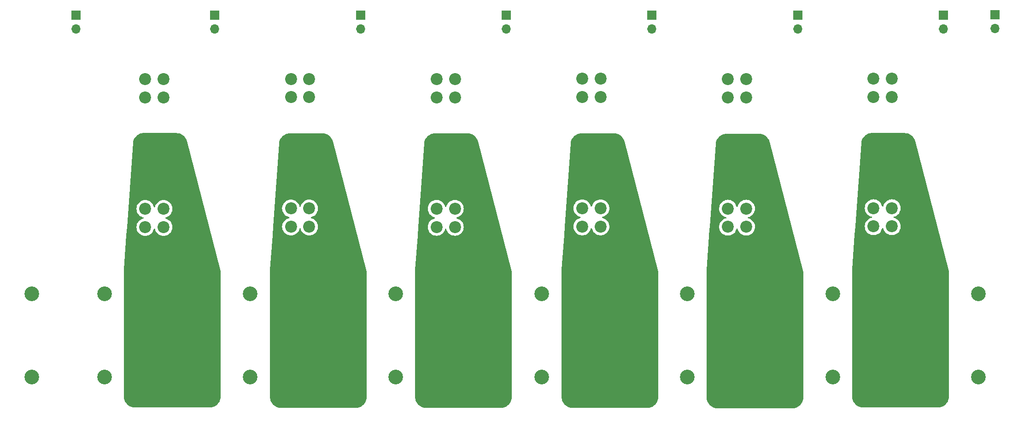
<source format=gbr>
%TF.GenerationSoftware,KiCad,Pcbnew,(6.0.1)*%
%TF.CreationDate,2023-09-19T13:45:29-05:00*%
%TF.ProjectId,TestMotherboard,54657374-4d6f-4746-9865-72626f617264,rev?*%
%TF.SameCoordinates,Original*%
%TF.FileFunction,Copper,L2,Bot*%
%TF.FilePolarity,Positive*%
%FSLAX46Y46*%
G04 Gerber Fmt 4.6, Leading zero omitted, Abs format (unit mm)*
G04 Created by KiCad (PCBNEW (6.0.1)) date 2023-09-19 13:45:29*
%MOMM*%
%LPD*%
G01*
G04 APERTURE LIST*
%TA.AperFunction,ComponentPad*%
%ADD10C,2.200000*%
%TD*%
%TA.AperFunction,ComponentPad*%
%ADD11R,1.700000X1.700000*%
%TD*%
%TA.AperFunction,ComponentPad*%
%ADD12O,1.700000X1.700000*%
%TD*%
%TA.AperFunction,ComponentPad*%
%ADD13C,2.700000*%
%TD*%
G04 APERTURE END LIST*
D10*
%TO.P,J17,1,Pin_1*%
%TO.N,Net-(J17-Pad1)*%
X204978000Y-70343000D03*
X204978000Y-73713000D03*
X201608000Y-73713000D03*
X201608000Y-70343000D03*
%TD*%
%TO.P,J16,1,Pin_1*%
%TO.N,Net-(J16-Pad1)*%
X204978000Y-82193000D03*
X204978000Y-85563000D03*
X201608000Y-85563000D03*
X201608000Y-82193000D03*
%TD*%
%TO.P,J15,1,Pin_1*%
%TO.N,Net-(J1-Pad1)*%
X204978000Y-94193000D03*
X204978000Y-97563000D03*
X201608000Y-97563000D03*
X201608000Y-94193000D03*
%TD*%
%TO.P,J18,1,Pin_1*%
%TO.N,Net-(J17-Pad1)*%
X178206400Y-94274000D03*
X178206400Y-97644000D03*
X174836400Y-97644000D03*
X174836400Y-94274000D03*
%TD*%
%TO.P,J19,1,Pin_1*%
%TO.N,Net-(J19-Pad1)*%
X178206400Y-82274000D03*
X178206400Y-85644000D03*
X174836400Y-85644000D03*
X174836400Y-82274000D03*
%TD*%
%TO.P,J20,1,Pin_1*%
%TO.N,Net-(J20-Pad1)*%
X178206400Y-70424000D03*
X178206400Y-73794000D03*
X174836400Y-73794000D03*
X174836400Y-70424000D03*
%TD*%
%TO.P,J22,1,Pin_1*%
%TO.N,Net-(J22-Pad1)*%
X151434800Y-82220000D03*
X151434800Y-85590000D03*
X148064800Y-85590000D03*
X148064800Y-82220000D03*
%TD*%
%TO.P,J21,1,Pin_1*%
%TO.N,Net-(J20-Pad1)*%
X151434800Y-94220000D03*
X151434800Y-97590000D03*
X148064800Y-97590000D03*
X148064800Y-94220000D03*
%TD*%
%TO.P,J23,1,Pin_1*%
%TO.N,Net-(J23-Pad1)*%
X151434800Y-70370000D03*
X151434800Y-73740000D03*
X148064800Y-73740000D03*
X148064800Y-70370000D03*
%TD*%
%TO.P,J24,1,Pin_1*%
%TO.N,Net-(J23-Pad1)*%
X124663200Y-94301000D03*
X124663200Y-97671000D03*
X121293200Y-97671000D03*
X121293200Y-94301000D03*
%TD*%
%TO.P,J25,1,Pin_1*%
%TO.N,Net-(J25-Pad1)*%
X124663200Y-82301000D03*
X124663200Y-85671000D03*
X121293200Y-85671000D03*
X121293200Y-82301000D03*
%TD*%
%TO.P,J26,1,Pin_1*%
%TO.N,Net-(J26-Pad1)*%
X124663200Y-70451000D03*
X124663200Y-73821000D03*
X121293200Y-73821000D03*
X121293200Y-70451000D03*
%TD*%
%TO.P,J27,1,Pin_1*%
%TO.N,Net-(J26-Pad1)*%
X97891600Y-94247000D03*
X97891600Y-97617000D03*
X94521600Y-97617000D03*
X94521600Y-94247000D03*
%TD*%
%TO.P,J28,1,Pin_1*%
%TO.N,Net-(J10-Pad1)*%
X97891600Y-82247000D03*
X97891600Y-85617000D03*
X94521600Y-85617000D03*
X94521600Y-82247000D03*
%TD*%
%TO.P,J29,1,Pin_1*%
%TO.N,Net-(J11-Pad1)*%
X97891600Y-70397000D03*
X97891600Y-73767000D03*
X94521600Y-73767000D03*
X94521600Y-70397000D03*
%TD*%
%TO.P,J30,1,Pin_1*%
%TO.N,Net-(J11-Pad1)*%
X71120000Y-94328000D03*
X71120000Y-97698000D03*
X67750000Y-97698000D03*
X67750000Y-94328000D03*
%TD*%
%TO.P,J31,1,Pin_1*%
%TO.N,Net-(J12-Pad1)*%
X71120000Y-82328000D03*
X71120000Y-85698000D03*
X67750000Y-85698000D03*
X67750000Y-82328000D03*
%TD*%
%TO.P,J32,1,Pin_1*%
%TO.N,GND*%
X71120000Y-70478000D03*
X71120000Y-73848000D03*
X67750000Y-73848000D03*
X67750000Y-70478000D03*
%TD*%
D11*
%TO.P,J40,1,Pin_1*%
%TO.N,/Sec_PWM*%
X55000000Y-58674000D03*
D12*
%TO.P,J40,2,Pin_2*%
%TO.N,GND1*%
X55000000Y-61214000D03*
%TD*%
D11*
%TO.P,J34,1,Pin_1*%
%TO.N,/Sec_PWM*%
X187685750Y-58674000D03*
D12*
%TO.P,J34,2,Pin_2*%
%TO.N,GND1*%
X187685750Y-61214000D03*
%TD*%
D11*
%TO.P,J35,1,Pin_1*%
%TO.N,/Sec_PWM*%
X160895250Y-58674000D03*
D12*
%TO.P,J35,2,Pin_2*%
%TO.N,GND1*%
X160895250Y-61214000D03*
%TD*%
D11*
%TO.P,J36,1,Pin_1*%
%TO.N,/Sec_PWM*%
X134104750Y-58674000D03*
D12*
%TO.P,J36,2,Pin_2*%
%TO.N,GND1*%
X134104750Y-61214000D03*
%TD*%
D11*
%TO.P,J39,1,Pin_1*%
%TO.N,/Sec_PWM*%
X223940250Y-58552000D03*
D12*
%TO.P,J39,2,Pin_2*%
%TO.N,GND1*%
X223940250Y-61092000D03*
%TD*%
D13*
%TO.P,J3,1,Pin_1*%
%TO.N,Net-(J17-Pad1)*%
X194134554Y-109982000D03*
X194134554Y-125282000D03*
%TD*%
%TO.P,J7,1,Pin_1*%
%TO.N,Net-(J23-Pad1)*%
X140588402Y-125282000D03*
X140588402Y-109982000D03*
%TD*%
%TO.P,J1,1,Pin_1*%
%TO.N,Net-(J1-Pad1)*%
X220907630Y-109982000D03*
X220907630Y-125282000D03*
%TD*%
%TO.P,J12,1,Pin_1*%
%TO.N,Net-(J12-Pad1)*%
X73655712Y-109982000D03*
X73655712Y-125282000D03*
%TD*%
%TO.P,J5,1,Pin_1*%
%TO.N,Net-(J20-Pad1)*%
X167361478Y-109982000D03*
X167361478Y-125282000D03*
%TD*%
D11*
%TO.P,J37,1,Pin_1*%
%TO.N,/Sec_PWM*%
X107314250Y-58674000D03*
D12*
%TO.P,J37,2,Pin_2*%
%TO.N,GND1*%
X107314250Y-61214000D03*
%TD*%
D13*
%TO.P,J10,1,Pin_1*%
%TO.N,Net-(J10-Pad1)*%
X100428788Y-125282000D03*
X100428788Y-109982000D03*
%TD*%
%TO.P,J4,1,Pin_1*%
%TO.N,Net-(J19-Pad1)*%
X180748016Y-109982000D03*
X180748016Y-125282000D03*
%TD*%
%TO.P,J2,1,Pin_1*%
%TO.N,Net-(J16-Pad1)*%
X207521092Y-125282000D03*
X207521092Y-109982000D03*
%TD*%
%TO.P,J6,1,Pin_1*%
%TO.N,Net-(J22-Pad1)*%
X153974940Y-125282000D03*
X153974940Y-109982000D03*
%TD*%
%TO.P,J8,1,Pin_1*%
%TO.N,Net-(J25-Pad1)*%
X127201864Y-109982000D03*
X127201864Y-125282000D03*
%TD*%
D11*
%TO.P,J38,1,Pin_1*%
%TO.N,/Sec_PWM*%
X80523750Y-58674000D03*
D12*
%TO.P,J38,2,Pin_2*%
%TO.N,GND1*%
X80523750Y-61214000D03*
%TD*%
D13*
%TO.P,J9,1,Pin_1*%
%TO.N,Net-(J26-Pad1)*%
X113815326Y-109982000D03*
X113815326Y-125282000D03*
%TD*%
%TO.P,J13,1,Pin_1*%
%TO.N,GND*%
X60269174Y-109982000D03*
X60269174Y-125282000D03*
%TD*%
%TO.P,J14,1,Pin_1*%
%TO.N,GND*%
X46882630Y-109982000D03*
X46882630Y-125282000D03*
%TD*%
%TO.P,J11,1,Pin_1*%
%TO.N,Net-(J11-Pad1)*%
X87042250Y-109982000D03*
X87042250Y-125282000D03*
%TD*%
D11*
%TO.P,J33,1,Pin_1*%
%TO.N,/Sec_PWM*%
X214476250Y-58674000D03*
D12*
%TO.P,J33,2,Pin_2*%
%TO.N,GND1*%
X214476250Y-61214000D03*
%TD*%
%TA.AperFunction,Conductor*%
%TO.N,Net-(J19-Pad1)*%
G36*
X180576105Y-80518337D02*
G01*
X180853798Y-80538683D01*
X180872015Y-80541367D01*
X181139264Y-80600962D01*
X181156895Y-80606272D01*
X181412607Y-80704183D01*
X181429276Y-80712006D01*
X181667987Y-80846140D01*
X181683336Y-80856307D01*
X181824241Y-80965262D01*
X181899950Y-81023804D01*
X181913655Y-81036102D01*
X182103546Y-81233384D01*
X182115311Y-81247548D01*
X182274412Y-81470386D01*
X182283989Y-81486114D01*
X182408919Y-81729775D01*
X182416100Y-81746731D01*
X182505666Y-82010366D01*
X182508309Y-82019191D01*
X188656638Y-105666609D01*
X188658406Y-105674423D01*
X188704325Y-105912190D01*
X188706356Y-105928075D01*
X188721745Y-106169744D01*
X188722000Y-106177751D01*
X188722000Y-129059499D01*
X188721679Y-129068487D01*
X188702286Y-129339645D01*
X188699728Y-129357433D01*
X188642903Y-129618654D01*
X188637840Y-129635900D01*
X188544411Y-129886393D01*
X188536945Y-129902740D01*
X188408824Y-130137375D01*
X188399105Y-130152498D01*
X188238897Y-130366510D01*
X188227124Y-130380096D01*
X188038096Y-130569124D01*
X188024510Y-130580897D01*
X187810498Y-130741105D01*
X187795375Y-130750824D01*
X187560740Y-130878945D01*
X187544393Y-130886411D01*
X187293900Y-130979840D01*
X187276658Y-130984902D01*
X187015433Y-131041728D01*
X186997650Y-131044285D01*
X186775871Y-131060147D01*
X186726487Y-131063679D01*
X186717499Y-131064000D01*
X172946501Y-131064000D01*
X172937513Y-131063679D01*
X172888129Y-131060147D01*
X172666350Y-131044285D01*
X172648567Y-131041728D01*
X172387342Y-130984902D01*
X172370100Y-130979840D01*
X172119607Y-130886411D01*
X172103260Y-130878945D01*
X171868625Y-130750824D01*
X171853502Y-130741105D01*
X171639490Y-130580897D01*
X171625904Y-130569124D01*
X171436876Y-130380096D01*
X171425103Y-130366510D01*
X171264895Y-130152498D01*
X171255176Y-130137375D01*
X171127055Y-129902740D01*
X171119589Y-129886393D01*
X171026160Y-129635900D01*
X171021097Y-129618654D01*
X170964272Y-129357433D01*
X170961714Y-129339645D01*
X170942321Y-129068487D01*
X170942000Y-129059499D01*
X170942000Y-105735710D01*
X170942020Y-105733485D01*
X170943207Y-105666263D01*
X170943362Y-105661863D01*
X170946928Y-105594551D01*
X170947058Y-105592464D01*
X171473494Y-98147164D01*
X171509071Y-97644000D01*
X173222926Y-97644000D01*
X173242791Y-97896403D01*
X173243945Y-97901210D01*
X173243946Y-97901216D01*
X173273919Y-98026062D01*
X173301895Y-98142591D01*
X173398784Y-98376502D01*
X173531072Y-98592376D01*
X173695502Y-98784898D01*
X173888024Y-98949328D01*
X174103898Y-99081616D01*
X174108468Y-99083509D01*
X174108472Y-99083511D01*
X174333236Y-99176611D01*
X174337809Y-99178505D01*
X174422432Y-99198821D01*
X174579184Y-99236454D01*
X174579190Y-99236455D01*
X174583997Y-99237609D01*
X174836400Y-99257474D01*
X175088803Y-99237609D01*
X175093610Y-99236455D01*
X175093616Y-99236454D01*
X175250368Y-99198821D01*
X175334991Y-99178505D01*
X175339564Y-99176611D01*
X175564328Y-99083511D01*
X175564332Y-99083509D01*
X175568902Y-99081616D01*
X175784776Y-98949328D01*
X175977298Y-98784898D01*
X176141728Y-98592376D01*
X176274016Y-98376502D01*
X176370905Y-98142591D01*
X176398881Y-98026062D01*
X176434233Y-97964493D01*
X176497260Y-97931810D01*
X176567951Y-97938390D01*
X176623862Y-97982145D01*
X176643919Y-98026062D01*
X176671895Y-98142591D01*
X176768784Y-98376502D01*
X176901072Y-98592376D01*
X177065502Y-98784898D01*
X177258024Y-98949328D01*
X177473898Y-99081616D01*
X177478468Y-99083509D01*
X177478472Y-99083511D01*
X177703236Y-99176611D01*
X177707809Y-99178505D01*
X177792432Y-99198821D01*
X177949184Y-99236454D01*
X177949190Y-99236455D01*
X177953997Y-99237609D01*
X178206400Y-99257474D01*
X178458803Y-99237609D01*
X178463610Y-99236455D01*
X178463616Y-99236454D01*
X178620368Y-99198821D01*
X178704991Y-99178505D01*
X178709564Y-99176611D01*
X178934328Y-99083511D01*
X178934332Y-99083509D01*
X178938902Y-99081616D01*
X179154776Y-98949328D01*
X179347298Y-98784898D01*
X179511728Y-98592376D01*
X179644016Y-98376502D01*
X179740905Y-98142591D01*
X179768881Y-98026062D01*
X179798854Y-97901216D01*
X179798855Y-97901210D01*
X179800009Y-97896403D01*
X179819874Y-97644000D01*
X179800009Y-97391597D01*
X179779425Y-97305855D01*
X179742060Y-97150221D01*
X179740905Y-97145409D01*
X179644016Y-96911498D01*
X179511728Y-96695624D01*
X179347298Y-96503102D01*
X179154776Y-96338672D01*
X178938902Y-96206384D01*
X178934332Y-96204491D01*
X178934328Y-96204489D01*
X178709564Y-96111389D01*
X178709562Y-96111388D01*
X178704991Y-96109495D01*
X178588462Y-96081519D01*
X178526893Y-96046167D01*
X178494210Y-95983140D01*
X178500790Y-95912449D01*
X178544545Y-95856538D01*
X178588462Y-95836481D01*
X178621254Y-95828608D01*
X178704991Y-95808505D01*
X178709564Y-95806611D01*
X178934328Y-95713511D01*
X178934332Y-95713509D01*
X178938902Y-95711616D01*
X179154776Y-95579328D01*
X179347298Y-95414898D01*
X179511728Y-95222376D01*
X179644016Y-95006502D01*
X179740905Y-94772591D01*
X179768881Y-94656062D01*
X179798854Y-94531216D01*
X179798855Y-94531210D01*
X179800009Y-94526403D01*
X179819874Y-94274000D01*
X179800009Y-94021597D01*
X179779425Y-93935855D01*
X179742060Y-93780221D01*
X179740905Y-93775409D01*
X179644016Y-93541498D01*
X179511728Y-93325624D01*
X179347298Y-93133102D01*
X179154776Y-92968672D01*
X178938902Y-92836384D01*
X178934332Y-92834491D01*
X178934328Y-92834489D01*
X178709564Y-92741389D01*
X178709562Y-92741388D01*
X178704991Y-92739495D01*
X178620368Y-92719179D01*
X178463616Y-92681546D01*
X178463610Y-92681545D01*
X178458803Y-92680391D01*
X178206400Y-92660526D01*
X177953997Y-92680391D01*
X177949190Y-92681545D01*
X177949184Y-92681546D01*
X177792432Y-92719179D01*
X177707809Y-92739495D01*
X177703238Y-92741388D01*
X177703236Y-92741389D01*
X177478472Y-92834489D01*
X177478468Y-92834491D01*
X177473898Y-92836384D01*
X177258024Y-92968672D01*
X177065502Y-93133102D01*
X176901072Y-93325624D01*
X176768784Y-93541498D01*
X176671895Y-93775409D01*
X176670740Y-93780221D01*
X176643919Y-93891938D01*
X176608567Y-93953507D01*
X176545540Y-93986190D01*
X176474849Y-93979610D01*
X176418938Y-93935855D01*
X176398881Y-93891938D01*
X176372060Y-93780221D01*
X176370905Y-93775409D01*
X176274016Y-93541498D01*
X176141728Y-93325624D01*
X175977298Y-93133102D01*
X175784776Y-92968672D01*
X175568902Y-92836384D01*
X175564332Y-92834491D01*
X175564328Y-92834489D01*
X175339564Y-92741389D01*
X175339562Y-92741388D01*
X175334991Y-92739495D01*
X175250368Y-92719179D01*
X175093616Y-92681546D01*
X175093610Y-92681545D01*
X175088803Y-92680391D01*
X174836400Y-92660526D01*
X174583997Y-92680391D01*
X174579190Y-92681545D01*
X174579184Y-92681546D01*
X174422432Y-92719179D01*
X174337809Y-92739495D01*
X174333238Y-92741388D01*
X174333236Y-92741389D01*
X174108472Y-92834489D01*
X174108468Y-92834491D01*
X174103898Y-92836384D01*
X173888024Y-92968672D01*
X173695502Y-93133102D01*
X173531072Y-93325624D01*
X173398784Y-93541498D01*
X173301895Y-93775409D01*
X173300740Y-93780221D01*
X173263376Y-93935855D01*
X173242791Y-94021597D01*
X173222926Y-94274000D01*
X173242791Y-94526403D01*
X173243945Y-94531210D01*
X173243946Y-94531216D01*
X173273919Y-94656062D01*
X173301895Y-94772591D01*
X173398784Y-95006502D01*
X173531072Y-95222376D01*
X173695502Y-95414898D01*
X173888024Y-95579328D01*
X174103898Y-95711616D01*
X174108468Y-95713509D01*
X174108472Y-95713511D01*
X174333236Y-95806611D01*
X174337809Y-95808505D01*
X174421546Y-95828608D01*
X174454338Y-95836481D01*
X174515907Y-95871833D01*
X174548590Y-95934860D01*
X174542010Y-96005551D01*
X174498255Y-96061462D01*
X174454338Y-96081519D01*
X174337809Y-96109495D01*
X174333238Y-96111388D01*
X174333236Y-96111389D01*
X174108472Y-96204489D01*
X174108468Y-96204491D01*
X174103898Y-96206384D01*
X173888024Y-96338672D01*
X173695502Y-96503102D01*
X173531072Y-96695624D01*
X173398784Y-96911498D01*
X173301895Y-97145409D01*
X173300740Y-97150221D01*
X173263376Y-97305855D01*
X173242791Y-97391597D01*
X173222926Y-97644000D01*
X171509071Y-97644000D01*
X172588257Y-82381227D01*
X172589153Y-82372690D01*
X172625074Y-82115525D01*
X172628603Y-82098722D01*
X172697979Y-81852989D01*
X172703757Y-81836827D01*
X172805907Y-81602787D01*
X172813831Y-81587558D01*
X172946843Y-81369599D01*
X172956757Y-81355597D01*
X173118183Y-81157726D01*
X173129911Y-81145201D01*
X173316734Y-80971121D01*
X173330044Y-80960315D01*
X173538806Y-80813248D01*
X173553476Y-80804344D01*
X173780283Y-80687032D01*
X173796037Y-80680201D01*
X174004398Y-80606272D01*
X174036680Y-80594818D01*
X174053210Y-80590194D01*
X174303243Y-80538317D01*
X174320244Y-80535985D01*
X174579289Y-80518293D01*
X174587874Y-80518000D01*
X180566898Y-80518000D01*
X180576105Y-80518337D01*
G37*
%TD.AperFunction*%
%TD*%
%TA.AperFunction,Conductor*%
%TO.N,Net-(J22-Pad1)*%
G36*
X153914073Y-80441931D02*
G01*
X154191766Y-80462277D01*
X154209983Y-80464961D01*
X154477232Y-80524556D01*
X154494863Y-80529866D01*
X154750575Y-80627777D01*
X154767244Y-80635600D01*
X155005955Y-80769734D01*
X155021304Y-80779901D01*
X155162209Y-80888856D01*
X155237918Y-80947398D01*
X155251623Y-80959696D01*
X155441514Y-81156978D01*
X155453279Y-81171142D01*
X155612380Y-81393980D01*
X155621957Y-81409708D01*
X155746887Y-81653369D01*
X155754068Y-81670325D01*
X155843634Y-81933960D01*
X155846277Y-81942785D01*
X161994606Y-105590203D01*
X161996374Y-105598017D01*
X162042293Y-105835784D01*
X162044324Y-105851669D01*
X162059713Y-106093338D01*
X162059968Y-106101345D01*
X162059968Y-128983093D01*
X162059647Y-128992081D01*
X162040254Y-129263239D01*
X162037696Y-129281027D01*
X161980871Y-129542248D01*
X161975808Y-129559494D01*
X161882379Y-129809987D01*
X161874913Y-129826334D01*
X161746792Y-130060969D01*
X161737073Y-130076092D01*
X161576865Y-130290104D01*
X161565092Y-130303690D01*
X161376064Y-130492718D01*
X161362478Y-130504491D01*
X161148466Y-130664699D01*
X161133343Y-130674418D01*
X160898708Y-130802539D01*
X160882361Y-130810005D01*
X160631868Y-130903434D01*
X160614626Y-130908496D01*
X160353401Y-130965322D01*
X160335618Y-130967879D01*
X160113839Y-130983741D01*
X160064455Y-130987273D01*
X160055467Y-130987594D01*
X146284469Y-130987594D01*
X146275481Y-130987273D01*
X146226097Y-130983741D01*
X146004318Y-130967879D01*
X145986535Y-130965322D01*
X145725310Y-130908496D01*
X145708068Y-130903434D01*
X145457575Y-130810005D01*
X145441228Y-130802539D01*
X145206593Y-130674418D01*
X145191470Y-130664699D01*
X144977458Y-130504491D01*
X144963872Y-130492718D01*
X144774844Y-130303690D01*
X144763071Y-130290104D01*
X144602863Y-130076092D01*
X144593144Y-130060969D01*
X144465023Y-129826334D01*
X144457557Y-129809987D01*
X144364128Y-129559494D01*
X144359065Y-129542248D01*
X144302240Y-129281027D01*
X144299682Y-129263239D01*
X144280289Y-128992081D01*
X144279968Y-128983093D01*
X144279968Y-105659304D01*
X144279988Y-105657079D01*
X144281175Y-105589857D01*
X144281330Y-105585457D01*
X144284896Y-105518145D01*
X144285026Y-105516058D01*
X144732748Y-99183997D01*
X144845455Y-97590000D01*
X146451326Y-97590000D01*
X146471191Y-97842403D01*
X146472345Y-97847210D01*
X146472346Y-97847216D01*
X146502319Y-97972062D01*
X146530295Y-98088591D01*
X146627184Y-98322502D01*
X146759472Y-98538376D01*
X146923902Y-98730898D01*
X147116424Y-98895328D01*
X147332298Y-99027616D01*
X147336868Y-99029509D01*
X147336872Y-99029511D01*
X147561636Y-99122611D01*
X147566209Y-99124505D01*
X147650832Y-99144821D01*
X147807584Y-99182454D01*
X147807590Y-99182455D01*
X147812397Y-99183609D01*
X148064800Y-99203474D01*
X148317203Y-99183609D01*
X148322010Y-99182455D01*
X148322016Y-99182454D01*
X148478768Y-99144821D01*
X148563391Y-99124505D01*
X148567964Y-99122611D01*
X148792728Y-99029511D01*
X148792732Y-99029509D01*
X148797302Y-99027616D01*
X149013176Y-98895328D01*
X149205698Y-98730898D01*
X149370128Y-98538376D01*
X149502416Y-98322502D01*
X149599305Y-98088591D01*
X149627281Y-97972062D01*
X149662633Y-97910493D01*
X149725660Y-97877810D01*
X149796351Y-97884390D01*
X149852262Y-97928145D01*
X149872319Y-97972062D01*
X149900295Y-98088591D01*
X149997184Y-98322502D01*
X150129472Y-98538376D01*
X150293902Y-98730898D01*
X150486424Y-98895328D01*
X150702298Y-99027616D01*
X150706868Y-99029509D01*
X150706872Y-99029511D01*
X150931636Y-99122611D01*
X150936209Y-99124505D01*
X151020832Y-99144821D01*
X151177584Y-99182454D01*
X151177590Y-99182455D01*
X151182397Y-99183609D01*
X151434800Y-99203474D01*
X151687203Y-99183609D01*
X151692010Y-99182455D01*
X151692016Y-99182454D01*
X151848768Y-99144821D01*
X151933391Y-99124505D01*
X151937964Y-99122611D01*
X152162728Y-99029511D01*
X152162732Y-99029509D01*
X152167302Y-99027616D01*
X152383176Y-98895328D01*
X152575698Y-98730898D01*
X152740128Y-98538376D01*
X152872416Y-98322502D01*
X152969305Y-98088591D01*
X152997281Y-97972062D01*
X153027254Y-97847216D01*
X153027255Y-97847210D01*
X153028409Y-97842403D01*
X153048274Y-97590000D01*
X153028409Y-97337597D01*
X153007825Y-97251855D01*
X152970460Y-97096221D01*
X152969305Y-97091409D01*
X152872416Y-96857498D01*
X152740128Y-96641624D01*
X152575698Y-96449102D01*
X152383176Y-96284672D01*
X152167302Y-96152384D01*
X152162732Y-96150491D01*
X152162728Y-96150489D01*
X151937964Y-96057389D01*
X151937962Y-96057388D01*
X151933391Y-96055495D01*
X151816862Y-96027519D01*
X151755293Y-95992167D01*
X151722610Y-95929140D01*
X151729190Y-95858449D01*
X151772945Y-95802538D01*
X151816862Y-95782481D01*
X151849654Y-95774608D01*
X151933391Y-95754505D01*
X151937964Y-95752611D01*
X152162728Y-95659511D01*
X152162732Y-95659509D01*
X152167302Y-95657616D01*
X152383176Y-95525328D01*
X152575698Y-95360898D01*
X152740128Y-95168376D01*
X152872416Y-94952502D01*
X152969305Y-94718591D01*
X152997281Y-94602062D01*
X153027254Y-94477216D01*
X153027255Y-94477210D01*
X153028409Y-94472403D01*
X153048274Y-94220000D01*
X153028409Y-93967597D01*
X153007825Y-93881855D01*
X152970460Y-93726221D01*
X152969305Y-93721409D01*
X152872416Y-93487498D01*
X152740128Y-93271624D01*
X152575698Y-93079102D01*
X152383176Y-92914672D01*
X152167302Y-92782384D01*
X152162732Y-92780491D01*
X152162728Y-92780489D01*
X151937964Y-92687389D01*
X151937962Y-92687388D01*
X151933391Y-92685495D01*
X151848768Y-92665179D01*
X151692016Y-92627546D01*
X151692010Y-92627545D01*
X151687203Y-92626391D01*
X151434800Y-92606526D01*
X151182397Y-92626391D01*
X151177590Y-92627545D01*
X151177584Y-92627546D01*
X151020832Y-92665179D01*
X150936209Y-92685495D01*
X150931638Y-92687388D01*
X150931636Y-92687389D01*
X150706872Y-92780489D01*
X150706868Y-92780491D01*
X150702298Y-92782384D01*
X150486424Y-92914672D01*
X150293902Y-93079102D01*
X150129472Y-93271624D01*
X149997184Y-93487498D01*
X149900295Y-93721409D01*
X149899140Y-93726221D01*
X149872319Y-93837938D01*
X149836967Y-93899507D01*
X149773940Y-93932190D01*
X149703249Y-93925610D01*
X149647338Y-93881855D01*
X149627281Y-93837938D01*
X149600460Y-93726221D01*
X149599305Y-93721409D01*
X149502416Y-93487498D01*
X149370128Y-93271624D01*
X149205698Y-93079102D01*
X149013176Y-92914672D01*
X148797302Y-92782384D01*
X148792732Y-92780491D01*
X148792728Y-92780489D01*
X148567964Y-92687389D01*
X148567962Y-92687388D01*
X148563391Y-92685495D01*
X148478768Y-92665179D01*
X148322016Y-92627546D01*
X148322010Y-92627545D01*
X148317203Y-92626391D01*
X148064800Y-92606526D01*
X147812397Y-92626391D01*
X147807590Y-92627545D01*
X147807584Y-92627546D01*
X147650832Y-92665179D01*
X147566209Y-92685495D01*
X147561638Y-92687388D01*
X147561636Y-92687389D01*
X147336872Y-92780489D01*
X147336868Y-92780491D01*
X147332298Y-92782384D01*
X147116424Y-92914672D01*
X146923902Y-93079102D01*
X146759472Y-93271624D01*
X146627184Y-93487498D01*
X146530295Y-93721409D01*
X146529140Y-93726221D01*
X146491776Y-93881855D01*
X146471191Y-93967597D01*
X146451326Y-94220000D01*
X146471191Y-94472403D01*
X146472345Y-94477210D01*
X146472346Y-94477216D01*
X146502319Y-94602062D01*
X146530295Y-94718591D01*
X146627184Y-94952502D01*
X146759472Y-95168376D01*
X146923902Y-95360898D01*
X147116424Y-95525328D01*
X147332298Y-95657616D01*
X147336868Y-95659509D01*
X147336872Y-95659511D01*
X147561636Y-95752611D01*
X147566209Y-95754505D01*
X147649946Y-95774608D01*
X147682738Y-95782481D01*
X147744307Y-95817833D01*
X147776990Y-95880860D01*
X147770410Y-95951551D01*
X147726655Y-96007462D01*
X147682738Y-96027519D01*
X147566209Y-96055495D01*
X147561638Y-96057388D01*
X147561636Y-96057389D01*
X147336872Y-96150489D01*
X147336868Y-96150491D01*
X147332298Y-96152384D01*
X147116424Y-96284672D01*
X146923902Y-96449102D01*
X146759472Y-96641624D01*
X146627184Y-96857498D01*
X146530295Y-97091409D01*
X146529140Y-97096221D01*
X146491776Y-97251855D01*
X146471191Y-97337597D01*
X146451326Y-97590000D01*
X144845455Y-97590000D01*
X145926225Y-82304821D01*
X145927121Y-82296284D01*
X145963042Y-82039119D01*
X145966571Y-82022316D01*
X146035947Y-81776583D01*
X146041725Y-81760421D01*
X146143875Y-81526381D01*
X146151799Y-81511152D01*
X146284811Y-81293193D01*
X146294725Y-81279191D01*
X146456151Y-81081320D01*
X146467879Y-81068795D01*
X146654702Y-80894715D01*
X146668012Y-80883909D01*
X146876774Y-80736842D01*
X146891444Y-80727938D01*
X147118251Y-80610626D01*
X147134005Y-80603795D01*
X147342366Y-80529866D01*
X147374648Y-80518412D01*
X147391178Y-80513788D01*
X147641211Y-80461911D01*
X147658212Y-80459579D01*
X147917257Y-80441887D01*
X147925842Y-80441594D01*
X153904866Y-80441594D01*
X153914073Y-80441931D01*
G37*
%TD.AperFunction*%
%TD*%
%TA.AperFunction,Conductor*%
%TO.N,Net-(J25-Pad1)*%
G36*
X126990073Y-80441931D02*
G01*
X127267766Y-80462277D01*
X127285983Y-80464961D01*
X127553232Y-80524556D01*
X127570863Y-80529866D01*
X127826575Y-80627777D01*
X127843244Y-80635600D01*
X128081955Y-80769734D01*
X128097304Y-80779901D01*
X128238209Y-80888856D01*
X128313918Y-80947398D01*
X128327623Y-80959696D01*
X128517514Y-81156978D01*
X128529279Y-81171142D01*
X128688380Y-81393980D01*
X128697957Y-81409708D01*
X128822887Y-81653369D01*
X128830068Y-81670325D01*
X128919634Y-81933960D01*
X128922277Y-81942785D01*
X135070606Y-105590203D01*
X135072374Y-105598017D01*
X135118293Y-105835784D01*
X135120324Y-105851669D01*
X135135713Y-106093338D01*
X135135968Y-106101345D01*
X135135968Y-128983093D01*
X135135647Y-128992081D01*
X135116254Y-129263239D01*
X135113696Y-129281027D01*
X135056871Y-129542248D01*
X135051808Y-129559494D01*
X134958379Y-129809987D01*
X134950913Y-129826334D01*
X134822792Y-130060969D01*
X134813073Y-130076092D01*
X134652865Y-130290104D01*
X134641092Y-130303690D01*
X134452064Y-130492718D01*
X134438478Y-130504491D01*
X134224466Y-130664699D01*
X134209343Y-130674418D01*
X133974708Y-130802539D01*
X133958361Y-130810005D01*
X133707868Y-130903434D01*
X133690626Y-130908496D01*
X133429401Y-130965322D01*
X133411618Y-130967879D01*
X133189839Y-130983741D01*
X133140455Y-130987273D01*
X133131467Y-130987594D01*
X119360469Y-130987594D01*
X119351481Y-130987273D01*
X119302097Y-130983741D01*
X119080318Y-130967879D01*
X119062535Y-130965322D01*
X118801310Y-130908496D01*
X118784068Y-130903434D01*
X118533575Y-130810005D01*
X118517228Y-130802539D01*
X118282593Y-130674418D01*
X118267470Y-130664699D01*
X118053458Y-130504491D01*
X118039872Y-130492718D01*
X117850844Y-130303690D01*
X117839071Y-130290104D01*
X117678863Y-130076092D01*
X117669144Y-130060969D01*
X117541023Y-129826334D01*
X117533557Y-129809987D01*
X117440128Y-129559494D01*
X117435065Y-129542248D01*
X117378240Y-129281027D01*
X117375682Y-129263239D01*
X117356289Y-128992081D01*
X117355968Y-128983093D01*
X117355968Y-105659304D01*
X117355988Y-105657079D01*
X117357175Y-105589857D01*
X117357330Y-105585457D01*
X117360896Y-105518145D01*
X117361026Y-105516058D01*
X117801671Y-99284086D01*
X117915728Y-97671000D01*
X119679726Y-97671000D01*
X119699591Y-97923403D01*
X119700745Y-97928210D01*
X119700746Y-97928216D01*
X119730719Y-98053062D01*
X119758695Y-98169591D01*
X119855584Y-98403502D01*
X119987872Y-98619376D01*
X120152302Y-98811898D01*
X120344824Y-98976328D01*
X120560698Y-99108616D01*
X120565268Y-99110509D01*
X120565272Y-99110511D01*
X120790036Y-99203611D01*
X120794609Y-99205505D01*
X120879232Y-99225821D01*
X121035984Y-99263454D01*
X121035990Y-99263455D01*
X121040797Y-99264609D01*
X121293200Y-99284474D01*
X121545603Y-99264609D01*
X121550410Y-99263455D01*
X121550416Y-99263454D01*
X121707168Y-99225821D01*
X121791791Y-99205505D01*
X121796364Y-99203611D01*
X122021128Y-99110511D01*
X122021132Y-99110509D01*
X122025702Y-99108616D01*
X122241576Y-98976328D01*
X122434098Y-98811898D01*
X122598528Y-98619376D01*
X122730816Y-98403502D01*
X122827705Y-98169591D01*
X122855681Y-98053062D01*
X122891033Y-97991493D01*
X122954060Y-97958810D01*
X123024751Y-97965390D01*
X123080662Y-98009145D01*
X123100719Y-98053062D01*
X123128695Y-98169591D01*
X123225584Y-98403502D01*
X123357872Y-98619376D01*
X123522302Y-98811898D01*
X123714824Y-98976328D01*
X123930698Y-99108616D01*
X123935268Y-99110509D01*
X123935272Y-99110511D01*
X124160036Y-99203611D01*
X124164609Y-99205505D01*
X124249232Y-99225821D01*
X124405984Y-99263454D01*
X124405990Y-99263455D01*
X124410797Y-99264609D01*
X124663200Y-99284474D01*
X124915603Y-99264609D01*
X124920410Y-99263455D01*
X124920416Y-99263454D01*
X125077168Y-99225821D01*
X125161791Y-99205505D01*
X125166364Y-99203611D01*
X125391128Y-99110511D01*
X125391132Y-99110509D01*
X125395702Y-99108616D01*
X125611576Y-98976328D01*
X125804098Y-98811898D01*
X125968528Y-98619376D01*
X126100816Y-98403502D01*
X126197705Y-98169591D01*
X126225681Y-98053062D01*
X126255654Y-97928216D01*
X126255655Y-97928210D01*
X126256809Y-97923403D01*
X126276674Y-97671000D01*
X126256809Y-97418597D01*
X126236225Y-97332855D01*
X126198860Y-97177221D01*
X126197705Y-97172409D01*
X126100816Y-96938498D01*
X125968528Y-96722624D01*
X125804098Y-96530102D01*
X125611576Y-96365672D01*
X125395702Y-96233384D01*
X125391132Y-96231491D01*
X125391128Y-96231489D01*
X125166364Y-96138389D01*
X125166362Y-96138388D01*
X125161791Y-96136495D01*
X125045262Y-96108519D01*
X124983693Y-96073167D01*
X124951010Y-96010140D01*
X124957590Y-95939449D01*
X125001345Y-95883538D01*
X125045262Y-95863481D01*
X125078054Y-95855608D01*
X125161791Y-95835505D01*
X125166364Y-95833611D01*
X125391128Y-95740511D01*
X125391132Y-95740509D01*
X125395702Y-95738616D01*
X125611576Y-95606328D01*
X125804098Y-95441898D01*
X125968528Y-95249376D01*
X126100816Y-95033502D01*
X126197705Y-94799591D01*
X126225681Y-94683062D01*
X126255654Y-94558216D01*
X126255655Y-94558210D01*
X126256809Y-94553403D01*
X126276674Y-94301000D01*
X126256809Y-94048597D01*
X126236225Y-93962855D01*
X126198860Y-93807221D01*
X126197705Y-93802409D01*
X126100816Y-93568498D01*
X125968528Y-93352624D01*
X125804098Y-93160102D01*
X125611576Y-92995672D01*
X125395702Y-92863384D01*
X125391132Y-92861491D01*
X125391128Y-92861489D01*
X125166364Y-92768389D01*
X125166362Y-92768388D01*
X125161791Y-92766495D01*
X125077168Y-92746179D01*
X124920416Y-92708546D01*
X124920410Y-92708545D01*
X124915603Y-92707391D01*
X124663200Y-92687526D01*
X124410797Y-92707391D01*
X124405990Y-92708545D01*
X124405984Y-92708546D01*
X124249232Y-92746179D01*
X124164609Y-92766495D01*
X124160038Y-92768388D01*
X124160036Y-92768389D01*
X123935272Y-92861489D01*
X123935268Y-92861491D01*
X123930698Y-92863384D01*
X123714824Y-92995672D01*
X123522302Y-93160102D01*
X123357872Y-93352624D01*
X123225584Y-93568498D01*
X123128695Y-93802409D01*
X123127540Y-93807221D01*
X123100719Y-93918938D01*
X123065367Y-93980507D01*
X123002340Y-94013190D01*
X122931649Y-94006610D01*
X122875738Y-93962855D01*
X122855681Y-93918938D01*
X122828860Y-93807221D01*
X122827705Y-93802409D01*
X122730816Y-93568498D01*
X122598528Y-93352624D01*
X122434098Y-93160102D01*
X122241576Y-92995672D01*
X122025702Y-92863384D01*
X122021132Y-92861491D01*
X122021128Y-92861489D01*
X121796364Y-92768389D01*
X121796362Y-92768388D01*
X121791791Y-92766495D01*
X121707168Y-92746179D01*
X121550416Y-92708546D01*
X121550410Y-92708545D01*
X121545603Y-92707391D01*
X121293200Y-92687526D01*
X121040797Y-92707391D01*
X121035990Y-92708545D01*
X121035984Y-92708546D01*
X120879232Y-92746179D01*
X120794609Y-92766495D01*
X120790038Y-92768388D01*
X120790036Y-92768389D01*
X120565272Y-92861489D01*
X120565268Y-92861491D01*
X120560698Y-92863384D01*
X120344824Y-92995672D01*
X120152302Y-93160102D01*
X119987872Y-93352624D01*
X119855584Y-93568498D01*
X119758695Y-93802409D01*
X119757540Y-93807221D01*
X119720176Y-93962855D01*
X119699591Y-94048597D01*
X119679726Y-94301000D01*
X119699591Y-94553403D01*
X119700745Y-94558210D01*
X119700746Y-94558216D01*
X119730719Y-94683062D01*
X119758695Y-94799591D01*
X119855584Y-95033502D01*
X119987872Y-95249376D01*
X120152302Y-95441898D01*
X120344824Y-95606328D01*
X120560698Y-95738616D01*
X120565268Y-95740509D01*
X120565272Y-95740511D01*
X120790036Y-95833611D01*
X120794609Y-95835505D01*
X120878346Y-95855608D01*
X120911138Y-95863481D01*
X120972707Y-95898833D01*
X121005390Y-95961860D01*
X120998810Y-96032551D01*
X120955055Y-96088462D01*
X120911138Y-96108519D01*
X120794609Y-96136495D01*
X120790038Y-96138388D01*
X120790036Y-96138389D01*
X120565272Y-96231489D01*
X120565268Y-96231491D01*
X120560698Y-96233384D01*
X120344824Y-96365672D01*
X120152302Y-96530102D01*
X119987872Y-96722624D01*
X119855584Y-96938498D01*
X119758695Y-97172409D01*
X119757540Y-97177221D01*
X119720176Y-97332855D01*
X119699591Y-97418597D01*
X119679726Y-97671000D01*
X117915728Y-97671000D01*
X119002225Y-82304821D01*
X119003121Y-82296284D01*
X119039042Y-82039119D01*
X119042571Y-82022316D01*
X119111947Y-81776583D01*
X119117725Y-81760421D01*
X119219875Y-81526381D01*
X119227799Y-81511152D01*
X119360811Y-81293193D01*
X119370725Y-81279191D01*
X119532151Y-81081320D01*
X119543879Y-81068795D01*
X119730702Y-80894715D01*
X119744012Y-80883909D01*
X119952774Y-80736842D01*
X119967444Y-80727938D01*
X120194251Y-80610626D01*
X120210005Y-80603795D01*
X120418366Y-80529866D01*
X120450648Y-80518412D01*
X120467178Y-80513788D01*
X120717211Y-80461911D01*
X120734212Y-80459579D01*
X120993257Y-80441887D01*
X121001842Y-80441594D01*
X126980866Y-80441594D01*
X126990073Y-80441931D01*
G37*
%TD.AperFunction*%
%TD*%
%TA.AperFunction,Conductor*%
%TO.N,Net-(J10-Pad1)*%
G36*
X100320073Y-80441931D02*
G01*
X100597766Y-80462277D01*
X100615983Y-80464961D01*
X100883232Y-80524556D01*
X100900863Y-80529866D01*
X101156575Y-80627777D01*
X101173244Y-80635600D01*
X101411955Y-80769734D01*
X101427304Y-80779901D01*
X101568209Y-80888856D01*
X101643918Y-80947398D01*
X101657623Y-80959696D01*
X101847514Y-81156978D01*
X101859279Y-81171142D01*
X102018380Y-81393980D01*
X102027957Y-81409708D01*
X102152887Y-81653369D01*
X102160068Y-81670325D01*
X102249634Y-81933960D01*
X102252277Y-81942785D01*
X108400606Y-105590203D01*
X108402374Y-105598017D01*
X108448293Y-105835784D01*
X108450324Y-105851669D01*
X108465713Y-106093338D01*
X108465968Y-106101345D01*
X108465968Y-128983093D01*
X108465647Y-128992081D01*
X108446254Y-129263239D01*
X108443696Y-129281027D01*
X108386871Y-129542248D01*
X108381808Y-129559494D01*
X108288379Y-129809987D01*
X108280913Y-129826334D01*
X108152792Y-130060969D01*
X108143073Y-130076092D01*
X107982865Y-130290104D01*
X107971092Y-130303690D01*
X107782064Y-130492718D01*
X107768478Y-130504491D01*
X107554466Y-130664699D01*
X107539343Y-130674418D01*
X107304708Y-130802539D01*
X107288361Y-130810005D01*
X107037868Y-130903434D01*
X107020626Y-130908496D01*
X106759401Y-130965322D01*
X106741618Y-130967879D01*
X106519839Y-130983741D01*
X106470455Y-130987273D01*
X106461467Y-130987594D01*
X92690469Y-130987594D01*
X92681481Y-130987273D01*
X92632097Y-130983741D01*
X92410318Y-130967879D01*
X92392535Y-130965322D01*
X92131310Y-130908496D01*
X92114068Y-130903434D01*
X91863575Y-130810005D01*
X91847228Y-130802539D01*
X91612593Y-130674418D01*
X91597470Y-130664699D01*
X91383458Y-130504491D01*
X91369872Y-130492718D01*
X91180844Y-130303690D01*
X91169071Y-130290104D01*
X91008863Y-130076092D01*
X90999144Y-130060969D01*
X90871023Y-129826334D01*
X90863557Y-129809987D01*
X90770128Y-129559494D01*
X90765065Y-129542248D01*
X90708240Y-129281027D01*
X90705682Y-129263239D01*
X90686289Y-128992081D01*
X90685968Y-128983093D01*
X90685968Y-105659304D01*
X90685988Y-105657079D01*
X90687175Y-105589857D01*
X90687330Y-105585457D01*
X90690896Y-105518145D01*
X90691026Y-105516058D01*
X91136839Y-99210997D01*
X91249546Y-97617000D01*
X92908126Y-97617000D01*
X92927991Y-97869403D01*
X92929145Y-97874210D01*
X92929146Y-97874216D01*
X92959119Y-97999062D01*
X92987095Y-98115591D01*
X93083984Y-98349502D01*
X93216272Y-98565376D01*
X93380702Y-98757898D01*
X93573224Y-98922328D01*
X93789098Y-99054616D01*
X93793668Y-99056509D01*
X93793672Y-99056511D01*
X94018436Y-99149611D01*
X94023009Y-99151505D01*
X94107632Y-99171821D01*
X94264384Y-99209454D01*
X94264390Y-99209455D01*
X94269197Y-99210609D01*
X94521600Y-99230474D01*
X94774003Y-99210609D01*
X94778810Y-99209455D01*
X94778816Y-99209454D01*
X94935568Y-99171821D01*
X95020191Y-99151505D01*
X95024764Y-99149611D01*
X95249528Y-99056511D01*
X95249532Y-99056509D01*
X95254102Y-99054616D01*
X95469976Y-98922328D01*
X95662498Y-98757898D01*
X95826928Y-98565376D01*
X95959216Y-98349502D01*
X96056105Y-98115591D01*
X96084081Y-97999062D01*
X96119433Y-97937493D01*
X96182460Y-97904810D01*
X96253151Y-97911390D01*
X96309062Y-97955145D01*
X96329119Y-97999062D01*
X96357095Y-98115591D01*
X96453984Y-98349502D01*
X96586272Y-98565376D01*
X96750702Y-98757898D01*
X96943224Y-98922328D01*
X97159098Y-99054616D01*
X97163668Y-99056509D01*
X97163672Y-99056511D01*
X97388436Y-99149611D01*
X97393009Y-99151505D01*
X97477632Y-99171821D01*
X97634384Y-99209454D01*
X97634390Y-99209455D01*
X97639197Y-99210609D01*
X97891600Y-99230474D01*
X98144003Y-99210609D01*
X98148810Y-99209455D01*
X98148816Y-99209454D01*
X98305568Y-99171821D01*
X98390191Y-99151505D01*
X98394764Y-99149611D01*
X98619528Y-99056511D01*
X98619532Y-99056509D01*
X98624102Y-99054616D01*
X98839976Y-98922328D01*
X99032498Y-98757898D01*
X99196928Y-98565376D01*
X99329216Y-98349502D01*
X99426105Y-98115591D01*
X99454081Y-97999062D01*
X99484054Y-97874216D01*
X99484055Y-97874210D01*
X99485209Y-97869403D01*
X99505074Y-97617000D01*
X99485209Y-97364597D01*
X99464625Y-97278855D01*
X99427260Y-97123221D01*
X99426105Y-97118409D01*
X99329216Y-96884498D01*
X99196928Y-96668624D01*
X99032498Y-96476102D01*
X98839976Y-96311672D01*
X98624102Y-96179384D01*
X98619532Y-96177491D01*
X98619528Y-96177489D01*
X98394764Y-96084389D01*
X98394762Y-96084388D01*
X98390191Y-96082495D01*
X98273662Y-96054519D01*
X98212093Y-96019167D01*
X98179410Y-95956140D01*
X98185990Y-95885449D01*
X98229745Y-95829538D01*
X98273662Y-95809481D01*
X98306454Y-95801608D01*
X98390191Y-95781505D01*
X98394764Y-95779611D01*
X98619528Y-95686511D01*
X98619532Y-95686509D01*
X98624102Y-95684616D01*
X98839976Y-95552328D01*
X99032498Y-95387898D01*
X99196928Y-95195376D01*
X99329216Y-94979502D01*
X99426105Y-94745591D01*
X99454081Y-94629062D01*
X99484054Y-94504216D01*
X99484055Y-94504210D01*
X99485209Y-94499403D01*
X99505074Y-94247000D01*
X99485209Y-93994597D01*
X99464625Y-93908855D01*
X99427260Y-93753221D01*
X99426105Y-93748409D01*
X99329216Y-93514498D01*
X99196928Y-93298624D01*
X99032498Y-93106102D01*
X98839976Y-92941672D01*
X98624102Y-92809384D01*
X98619532Y-92807491D01*
X98619528Y-92807489D01*
X98394764Y-92714389D01*
X98394762Y-92714388D01*
X98390191Y-92712495D01*
X98305568Y-92692179D01*
X98148816Y-92654546D01*
X98148810Y-92654545D01*
X98144003Y-92653391D01*
X97891600Y-92633526D01*
X97639197Y-92653391D01*
X97634390Y-92654545D01*
X97634384Y-92654546D01*
X97477632Y-92692179D01*
X97393009Y-92712495D01*
X97388438Y-92714388D01*
X97388436Y-92714389D01*
X97163672Y-92807489D01*
X97163668Y-92807491D01*
X97159098Y-92809384D01*
X96943224Y-92941672D01*
X96750702Y-93106102D01*
X96586272Y-93298624D01*
X96453984Y-93514498D01*
X96357095Y-93748409D01*
X96355940Y-93753221D01*
X96329119Y-93864938D01*
X96293767Y-93926507D01*
X96230740Y-93959190D01*
X96160049Y-93952610D01*
X96104138Y-93908855D01*
X96084081Y-93864938D01*
X96057260Y-93753221D01*
X96056105Y-93748409D01*
X95959216Y-93514498D01*
X95826928Y-93298624D01*
X95662498Y-93106102D01*
X95469976Y-92941672D01*
X95254102Y-92809384D01*
X95249532Y-92807491D01*
X95249528Y-92807489D01*
X95024764Y-92714389D01*
X95024762Y-92714388D01*
X95020191Y-92712495D01*
X94935568Y-92692179D01*
X94778816Y-92654546D01*
X94778810Y-92654545D01*
X94774003Y-92653391D01*
X94521600Y-92633526D01*
X94269197Y-92653391D01*
X94264390Y-92654545D01*
X94264384Y-92654546D01*
X94107632Y-92692179D01*
X94023009Y-92712495D01*
X94018438Y-92714388D01*
X94018436Y-92714389D01*
X93793672Y-92807489D01*
X93793668Y-92807491D01*
X93789098Y-92809384D01*
X93573224Y-92941672D01*
X93380702Y-93106102D01*
X93216272Y-93298624D01*
X93083984Y-93514498D01*
X92987095Y-93748409D01*
X92985940Y-93753221D01*
X92948576Y-93908855D01*
X92927991Y-93994597D01*
X92908126Y-94247000D01*
X92927991Y-94499403D01*
X92929145Y-94504210D01*
X92929146Y-94504216D01*
X92959119Y-94629062D01*
X92987095Y-94745591D01*
X93083984Y-94979502D01*
X93216272Y-95195376D01*
X93380702Y-95387898D01*
X93573224Y-95552328D01*
X93789098Y-95684616D01*
X93793668Y-95686509D01*
X93793672Y-95686511D01*
X94018436Y-95779611D01*
X94023009Y-95781505D01*
X94106746Y-95801608D01*
X94139538Y-95809481D01*
X94201107Y-95844833D01*
X94233790Y-95907860D01*
X94227210Y-95978551D01*
X94183455Y-96034462D01*
X94139538Y-96054519D01*
X94023009Y-96082495D01*
X94018438Y-96084388D01*
X94018436Y-96084389D01*
X93793672Y-96177489D01*
X93793668Y-96177491D01*
X93789098Y-96179384D01*
X93573224Y-96311672D01*
X93380702Y-96476102D01*
X93216272Y-96668624D01*
X93083984Y-96884498D01*
X92987095Y-97118409D01*
X92985940Y-97123221D01*
X92948576Y-97278855D01*
X92927991Y-97364597D01*
X92908126Y-97617000D01*
X91249546Y-97617000D01*
X92332225Y-82304821D01*
X92333121Y-82296284D01*
X92369042Y-82039119D01*
X92372571Y-82022316D01*
X92441947Y-81776583D01*
X92447725Y-81760421D01*
X92549875Y-81526381D01*
X92557799Y-81511152D01*
X92690811Y-81293193D01*
X92700725Y-81279191D01*
X92862151Y-81081320D01*
X92873879Y-81068795D01*
X93060702Y-80894715D01*
X93074012Y-80883909D01*
X93282774Y-80736842D01*
X93297444Y-80727938D01*
X93524251Y-80610626D01*
X93540005Y-80603795D01*
X93748366Y-80529866D01*
X93780648Y-80518412D01*
X93797178Y-80513788D01*
X94047211Y-80461911D01*
X94064212Y-80459579D01*
X94323257Y-80441887D01*
X94331842Y-80441594D01*
X100310866Y-80441594D01*
X100320073Y-80441931D01*
G37*
%TD.AperFunction*%
%TD*%
%TA.AperFunction,Conductor*%
%TO.N,Net-(J12-Pad1)*%
G36*
X73465835Y-80367913D02*
G01*
X73743528Y-80388259D01*
X73761745Y-80390943D01*
X74028994Y-80450538D01*
X74046625Y-80455848D01*
X74302337Y-80553759D01*
X74319006Y-80561582D01*
X74557717Y-80695716D01*
X74573066Y-80705883D01*
X74713971Y-80814838D01*
X74789680Y-80873380D01*
X74803385Y-80885678D01*
X74993276Y-81082960D01*
X75005041Y-81097124D01*
X75164142Y-81319962D01*
X75173719Y-81335690D01*
X75298649Y-81579351D01*
X75305830Y-81596307D01*
X75395396Y-81859942D01*
X75398039Y-81868767D01*
X81546368Y-105516185D01*
X81548136Y-105523999D01*
X81594055Y-105761766D01*
X81596086Y-105777651D01*
X81611475Y-106019320D01*
X81611730Y-106027327D01*
X81611730Y-128909075D01*
X81611409Y-128918063D01*
X81592016Y-129189221D01*
X81589458Y-129207009D01*
X81532633Y-129468230D01*
X81527570Y-129485476D01*
X81434141Y-129735969D01*
X81426675Y-129752316D01*
X81298554Y-129986951D01*
X81288835Y-130002074D01*
X81128627Y-130216086D01*
X81116854Y-130229672D01*
X80927826Y-130418700D01*
X80914240Y-130430473D01*
X80700228Y-130590681D01*
X80685105Y-130600400D01*
X80450470Y-130728521D01*
X80434123Y-130735987D01*
X80183630Y-130829416D01*
X80166388Y-130834478D01*
X79905163Y-130891304D01*
X79887380Y-130893861D01*
X79665601Y-130909723D01*
X79616217Y-130913255D01*
X79607229Y-130913576D01*
X65836231Y-130913576D01*
X65827243Y-130913255D01*
X65777859Y-130909723D01*
X65556080Y-130893861D01*
X65538297Y-130891304D01*
X65277072Y-130834478D01*
X65259830Y-130829416D01*
X65009337Y-130735987D01*
X64992990Y-130728521D01*
X64758355Y-130600400D01*
X64743232Y-130590681D01*
X64529220Y-130430473D01*
X64515634Y-130418700D01*
X64326606Y-130229672D01*
X64314833Y-130216086D01*
X64154625Y-130002074D01*
X64144906Y-129986951D01*
X64016785Y-129752316D01*
X64009319Y-129735969D01*
X63915890Y-129485476D01*
X63910827Y-129468230D01*
X63854002Y-129207009D01*
X63851444Y-129189221D01*
X63832051Y-128918063D01*
X63831730Y-128909075D01*
X63831730Y-105585286D01*
X63831750Y-105583061D01*
X63832937Y-105515839D01*
X63833092Y-105511439D01*
X63836658Y-105444127D01*
X63836788Y-105442040D01*
X64275765Y-99233660D01*
X64384347Y-97698000D01*
X66136526Y-97698000D01*
X66156391Y-97950403D01*
X66157545Y-97955210D01*
X66157546Y-97955216D01*
X66187519Y-98080062D01*
X66215495Y-98196591D01*
X66312384Y-98430502D01*
X66444672Y-98646376D01*
X66609102Y-98838898D01*
X66801624Y-99003328D01*
X67017498Y-99135616D01*
X67022068Y-99137509D01*
X67022072Y-99137511D01*
X67246836Y-99230611D01*
X67251409Y-99232505D01*
X67336032Y-99252821D01*
X67492784Y-99290454D01*
X67492790Y-99290455D01*
X67497597Y-99291609D01*
X67750000Y-99311474D01*
X68002403Y-99291609D01*
X68007210Y-99290455D01*
X68007216Y-99290454D01*
X68163968Y-99252821D01*
X68248591Y-99232505D01*
X68253164Y-99230611D01*
X68477928Y-99137511D01*
X68477932Y-99137509D01*
X68482502Y-99135616D01*
X68698376Y-99003328D01*
X68890898Y-98838898D01*
X69055328Y-98646376D01*
X69187616Y-98430502D01*
X69284505Y-98196591D01*
X69312481Y-98080062D01*
X69347833Y-98018493D01*
X69410860Y-97985810D01*
X69481551Y-97992390D01*
X69537462Y-98036145D01*
X69557519Y-98080062D01*
X69585495Y-98196591D01*
X69682384Y-98430502D01*
X69814672Y-98646376D01*
X69979102Y-98838898D01*
X70171624Y-99003328D01*
X70387498Y-99135616D01*
X70392068Y-99137509D01*
X70392072Y-99137511D01*
X70616836Y-99230611D01*
X70621409Y-99232505D01*
X70706032Y-99252821D01*
X70862784Y-99290454D01*
X70862790Y-99290455D01*
X70867597Y-99291609D01*
X71120000Y-99311474D01*
X71372403Y-99291609D01*
X71377210Y-99290455D01*
X71377216Y-99290454D01*
X71533968Y-99252821D01*
X71618591Y-99232505D01*
X71623164Y-99230611D01*
X71847928Y-99137511D01*
X71847932Y-99137509D01*
X71852502Y-99135616D01*
X72068376Y-99003328D01*
X72260898Y-98838898D01*
X72425328Y-98646376D01*
X72557616Y-98430502D01*
X72654505Y-98196591D01*
X72682481Y-98080062D01*
X72712454Y-97955216D01*
X72712455Y-97955210D01*
X72713609Y-97950403D01*
X72733474Y-97698000D01*
X72713609Y-97445597D01*
X72693025Y-97359855D01*
X72655660Y-97204221D01*
X72654505Y-97199409D01*
X72557616Y-96965498D01*
X72425328Y-96749624D01*
X72260898Y-96557102D01*
X72068376Y-96392672D01*
X71852502Y-96260384D01*
X71847932Y-96258491D01*
X71847928Y-96258489D01*
X71623164Y-96165389D01*
X71623162Y-96165388D01*
X71618591Y-96163495D01*
X71502062Y-96135519D01*
X71440493Y-96100167D01*
X71407810Y-96037140D01*
X71414390Y-95966449D01*
X71458145Y-95910538D01*
X71502062Y-95890481D01*
X71534854Y-95882608D01*
X71618591Y-95862505D01*
X71623164Y-95860611D01*
X71847928Y-95767511D01*
X71847932Y-95767509D01*
X71852502Y-95765616D01*
X72068376Y-95633328D01*
X72260898Y-95468898D01*
X72425328Y-95276376D01*
X72557616Y-95060502D01*
X72654505Y-94826591D01*
X72682481Y-94710062D01*
X72712454Y-94585216D01*
X72712455Y-94585210D01*
X72713609Y-94580403D01*
X72733474Y-94328000D01*
X72713609Y-94075597D01*
X72693025Y-93989855D01*
X72655660Y-93834221D01*
X72654505Y-93829409D01*
X72557616Y-93595498D01*
X72425328Y-93379624D01*
X72260898Y-93187102D01*
X72068376Y-93022672D01*
X71852502Y-92890384D01*
X71847932Y-92888491D01*
X71847928Y-92888489D01*
X71623164Y-92795389D01*
X71623162Y-92795388D01*
X71618591Y-92793495D01*
X71533968Y-92773179D01*
X71377216Y-92735546D01*
X71377210Y-92735545D01*
X71372403Y-92734391D01*
X71120000Y-92714526D01*
X70867597Y-92734391D01*
X70862790Y-92735545D01*
X70862784Y-92735546D01*
X70706032Y-92773179D01*
X70621409Y-92793495D01*
X70616838Y-92795388D01*
X70616836Y-92795389D01*
X70392072Y-92888489D01*
X70392068Y-92888491D01*
X70387498Y-92890384D01*
X70171624Y-93022672D01*
X69979102Y-93187102D01*
X69814672Y-93379624D01*
X69682384Y-93595498D01*
X69585495Y-93829409D01*
X69584340Y-93834221D01*
X69557519Y-93945938D01*
X69522167Y-94007507D01*
X69459140Y-94040190D01*
X69388449Y-94033610D01*
X69332538Y-93989855D01*
X69312481Y-93945938D01*
X69285660Y-93834221D01*
X69284505Y-93829409D01*
X69187616Y-93595498D01*
X69055328Y-93379624D01*
X68890898Y-93187102D01*
X68698376Y-93022672D01*
X68482502Y-92890384D01*
X68477932Y-92888491D01*
X68477928Y-92888489D01*
X68253164Y-92795389D01*
X68253162Y-92795388D01*
X68248591Y-92793495D01*
X68163968Y-92773179D01*
X68007216Y-92735546D01*
X68007210Y-92735545D01*
X68002403Y-92734391D01*
X67750000Y-92714526D01*
X67497597Y-92734391D01*
X67492790Y-92735545D01*
X67492784Y-92735546D01*
X67336032Y-92773179D01*
X67251409Y-92793495D01*
X67246838Y-92795388D01*
X67246836Y-92795389D01*
X67022072Y-92888489D01*
X67022068Y-92888491D01*
X67017498Y-92890384D01*
X66801624Y-93022672D01*
X66609102Y-93187102D01*
X66444672Y-93379624D01*
X66312384Y-93595498D01*
X66215495Y-93829409D01*
X66214340Y-93834221D01*
X66176976Y-93989855D01*
X66156391Y-94075597D01*
X66136526Y-94328000D01*
X66156391Y-94580403D01*
X66157545Y-94585210D01*
X66157546Y-94585216D01*
X66187519Y-94710062D01*
X66215495Y-94826591D01*
X66312384Y-95060502D01*
X66444672Y-95276376D01*
X66609102Y-95468898D01*
X66801624Y-95633328D01*
X67017498Y-95765616D01*
X67022068Y-95767509D01*
X67022072Y-95767511D01*
X67246836Y-95860611D01*
X67251409Y-95862505D01*
X67335146Y-95882608D01*
X67367938Y-95890481D01*
X67429507Y-95925833D01*
X67462190Y-95988860D01*
X67455610Y-96059551D01*
X67411855Y-96115462D01*
X67367938Y-96135519D01*
X67251409Y-96163495D01*
X67246838Y-96165388D01*
X67246836Y-96165389D01*
X67022072Y-96258489D01*
X67022068Y-96258491D01*
X67017498Y-96260384D01*
X66801624Y-96392672D01*
X66609102Y-96557102D01*
X66444672Y-96749624D01*
X66312384Y-96965498D01*
X66215495Y-97199409D01*
X66214340Y-97204221D01*
X66176976Y-97359855D01*
X66156391Y-97445597D01*
X66136526Y-97698000D01*
X64384347Y-97698000D01*
X65477987Y-82230803D01*
X65478883Y-82222266D01*
X65514804Y-81965101D01*
X65518333Y-81948298D01*
X65587709Y-81702565D01*
X65593487Y-81686403D01*
X65695637Y-81452363D01*
X65703561Y-81437134D01*
X65836573Y-81219175D01*
X65846487Y-81205173D01*
X66007913Y-81007302D01*
X66019641Y-80994777D01*
X66206464Y-80820697D01*
X66219774Y-80809891D01*
X66428536Y-80662824D01*
X66443206Y-80653920D01*
X66670013Y-80536608D01*
X66685767Y-80529777D01*
X66894128Y-80455848D01*
X66926410Y-80444394D01*
X66942940Y-80439770D01*
X67192973Y-80387893D01*
X67209974Y-80385561D01*
X67469019Y-80367869D01*
X67477604Y-80367576D01*
X73456628Y-80367576D01*
X73465835Y-80367913D01*
G37*
%TD.AperFunction*%
%TD*%
%TA.AperFunction,Conductor*%
%TO.N,Net-(J16-Pad1)*%
G36*
X207323835Y-80367913D02*
G01*
X207601528Y-80388259D01*
X207619745Y-80390943D01*
X207886994Y-80450538D01*
X207904625Y-80455848D01*
X208160337Y-80553759D01*
X208177006Y-80561582D01*
X208415717Y-80695716D01*
X208431066Y-80705883D01*
X208571971Y-80814838D01*
X208647680Y-80873380D01*
X208661385Y-80885678D01*
X208851276Y-81082960D01*
X208863041Y-81097124D01*
X209022142Y-81319962D01*
X209031719Y-81335690D01*
X209156649Y-81579351D01*
X209163830Y-81596307D01*
X209253396Y-81859942D01*
X209256039Y-81868767D01*
X215404368Y-105516185D01*
X215406136Y-105523999D01*
X215452055Y-105761766D01*
X215454086Y-105777651D01*
X215469475Y-106019320D01*
X215469730Y-106027327D01*
X215469730Y-128909075D01*
X215469409Y-128918063D01*
X215450016Y-129189221D01*
X215447458Y-129207009D01*
X215390633Y-129468230D01*
X215385570Y-129485476D01*
X215292141Y-129735969D01*
X215284675Y-129752316D01*
X215156554Y-129986951D01*
X215146835Y-130002074D01*
X214986627Y-130216086D01*
X214974854Y-130229672D01*
X214785826Y-130418700D01*
X214772240Y-130430473D01*
X214558228Y-130590681D01*
X214543105Y-130600400D01*
X214308470Y-130728521D01*
X214292123Y-130735987D01*
X214041630Y-130829416D01*
X214024388Y-130834478D01*
X213763163Y-130891304D01*
X213745380Y-130893861D01*
X213523601Y-130909723D01*
X213474217Y-130913255D01*
X213465229Y-130913576D01*
X199694231Y-130913576D01*
X199685243Y-130913255D01*
X199635859Y-130909723D01*
X199414080Y-130893861D01*
X199396297Y-130891304D01*
X199135072Y-130834478D01*
X199117830Y-130829416D01*
X198867337Y-130735987D01*
X198850990Y-130728521D01*
X198616355Y-130600400D01*
X198601232Y-130590681D01*
X198387220Y-130430473D01*
X198373634Y-130418700D01*
X198184606Y-130229672D01*
X198172833Y-130216086D01*
X198012625Y-130002074D01*
X198002906Y-129986951D01*
X197874785Y-129752316D01*
X197867319Y-129735969D01*
X197773890Y-129485476D01*
X197768827Y-129468230D01*
X197712002Y-129207009D01*
X197709444Y-129189221D01*
X197690051Y-128918063D01*
X197689730Y-128909075D01*
X197689730Y-105585286D01*
X197689750Y-105583061D01*
X197690937Y-105515839D01*
X197691092Y-105511439D01*
X197694658Y-105444127D01*
X197694788Y-105442040D01*
X198137836Y-99176086D01*
X198251893Y-97563000D01*
X199994526Y-97563000D01*
X200014391Y-97815403D01*
X200015545Y-97820210D01*
X200015546Y-97820216D01*
X200045519Y-97945062D01*
X200073495Y-98061591D01*
X200170384Y-98295502D01*
X200302672Y-98511376D01*
X200467102Y-98703898D01*
X200659624Y-98868328D01*
X200875498Y-99000616D01*
X200880068Y-99002509D01*
X200880072Y-99002511D01*
X201104836Y-99095611D01*
X201109409Y-99097505D01*
X201194032Y-99117821D01*
X201350784Y-99155454D01*
X201350790Y-99155455D01*
X201355597Y-99156609D01*
X201608000Y-99176474D01*
X201860403Y-99156609D01*
X201865210Y-99155455D01*
X201865216Y-99155454D01*
X202021968Y-99117821D01*
X202106591Y-99097505D01*
X202111164Y-99095611D01*
X202335928Y-99002511D01*
X202335932Y-99002509D01*
X202340502Y-99000616D01*
X202556376Y-98868328D01*
X202748898Y-98703898D01*
X202913328Y-98511376D01*
X203045616Y-98295502D01*
X203142505Y-98061591D01*
X203170481Y-97945062D01*
X203205833Y-97883493D01*
X203268860Y-97850810D01*
X203339551Y-97857390D01*
X203395462Y-97901145D01*
X203415519Y-97945062D01*
X203443495Y-98061591D01*
X203540384Y-98295502D01*
X203672672Y-98511376D01*
X203837102Y-98703898D01*
X204029624Y-98868328D01*
X204245498Y-99000616D01*
X204250068Y-99002509D01*
X204250072Y-99002511D01*
X204474836Y-99095611D01*
X204479409Y-99097505D01*
X204564032Y-99117821D01*
X204720784Y-99155454D01*
X204720790Y-99155455D01*
X204725597Y-99156609D01*
X204978000Y-99176474D01*
X205230403Y-99156609D01*
X205235210Y-99155455D01*
X205235216Y-99155454D01*
X205391968Y-99117821D01*
X205476591Y-99097505D01*
X205481164Y-99095611D01*
X205705928Y-99002511D01*
X205705932Y-99002509D01*
X205710502Y-99000616D01*
X205926376Y-98868328D01*
X206118898Y-98703898D01*
X206283328Y-98511376D01*
X206415616Y-98295502D01*
X206512505Y-98061591D01*
X206540481Y-97945062D01*
X206570454Y-97820216D01*
X206570455Y-97820210D01*
X206571609Y-97815403D01*
X206591474Y-97563000D01*
X206571609Y-97310597D01*
X206551025Y-97224855D01*
X206513660Y-97069221D01*
X206512505Y-97064409D01*
X206415616Y-96830498D01*
X206283328Y-96614624D01*
X206118898Y-96422102D01*
X205926376Y-96257672D01*
X205710502Y-96125384D01*
X205705932Y-96123491D01*
X205705928Y-96123489D01*
X205481164Y-96030389D01*
X205481162Y-96030388D01*
X205476591Y-96028495D01*
X205360062Y-96000519D01*
X205298493Y-95965167D01*
X205265810Y-95902140D01*
X205272390Y-95831449D01*
X205316145Y-95775538D01*
X205360062Y-95755481D01*
X205392854Y-95747608D01*
X205476591Y-95727505D01*
X205481164Y-95725611D01*
X205705928Y-95632511D01*
X205705932Y-95632509D01*
X205710502Y-95630616D01*
X205926376Y-95498328D01*
X206118898Y-95333898D01*
X206283328Y-95141376D01*
X206415616Y-94925502D01*
X206512505Y-94691591D01*
X206540481Y-94575062D01*
X206570454Y-94450216D01*
X206570455Y-94450210D01*
X206571609Y-94445403D01*
X206591474Y-94193000D01*
X206571609Y-93940597D01*
X206551025Y-93854855D01*
X206513660Y-93699221D01*
X206512505Y-93694409D01*
X206415616Y-93460498D01*
X206283328Y-93244624D01*
X206118898Y-93052102D01*
X205926376Y-92887672D01*
X205710502Y-92755384D01*
X205705932Y-92753491D01*
X205705928Y-92753489D01*
X205481164Y-92660389D01*
X205481162Y-92660388D01*
X205476591Y-92658495D01*
X205391968Y-92638179D01*
X205235216Y-92600546D01*
X205235210Y-92600545D01*
X205230403Y-92599391D01*
X204978000Y-92579526D01*
X204725597Y-92599391D01*
X204720790Y-92600545D01*
X204720784Y-92600546D01*
X204564032Y-92638179D01*
X204479409Y-92658495D01*
X204474838Y-92660388D01*
X204474836Y-92660389D01*
X204250072Y-92753489D01*
X204250068Y-92753491D01*
X204245498Y-92755384D01*
X204029624Y-92887672D01*
X203837102Y-93052102D01*
X203672672Y-93244624D01*
X203540384Y-93460498D01*
X203443495Y-93694409D01*
X203442340Y-93699221D01*
X203415519Y-93810938D01*
X203380167Y-93872507D01*
X203317140Y-93905190D01*
X203246449Y-93898610D01*
X203190538Y-93854855D01*
X203170481Y-93810938D01*
X203143660Y-93699221D01*
X203142505Y-93694409D01*
X203045616Y-93460498D01*
X202913328Y-93244624D01*
X202748898Y-93052102D01*
X202556376Y-92887672D01*
X202340502Y-92755384D01*
X202335932Y-92753491D01*
X202335928Y-92753489D01*
X202111164Y-92660389D01*
X202111162Y-92660388D01*
X202106591Y-92658495D01*
X202021968Y-92638179D01*
X201865216Y-92600546D01*
X201865210Y-92600545D01*
X201860403Y-92599391D01*
X201608000Y-92579526D01*
X201355597Y-92599391D01*
X201350790Y-92600545D01*
X201350784Y-92600546D01*
X201194032Y-92638179D01*
X201109409Y-92658495D01*
X201104838Y-92660388D01*
X201104836Y-92660389D01*
X200880072Y-92753489D01*
X200880068Y-92753491D01*
X200875498Y-92755384D01*
X200659624Y-92887672D01*
X200467102Y-93052102D01*
X200302672Y-93244624D01*
X200170384Y-93460498D01*
X200073495Y-93694409D01*
X200072340Y-93699221D01*
X200034976Y-93854855D01*
X200014391Y-93940597D01*
X199994526Y-94193000D01*
X200014391Y-94445403D01*
X200015545Y-94450210D01*
X200015546Y-94450216D01*
X200045519Y-94575062D01*
X200073495Y-94691591D01*
X200170384Y-94925502D01*
X200302672Y-95141376D01*
X200467102Y-95333898D01*
X200659624Y-95498328D01*
X200875498Y-95630616D01*
X200880068Y-95632509D01*
X200880072Y-95632511D01*
X201104836Y-95725611D01*
X201109409Y-95727505D01*
X201193146Y-95747608D01*
X201225938Y-95755481D01*
X201287507Y-95790833D01*
X201320190Y-95853860D01*
X201313610Y-95924551D01*
X201269855Y-95980462D01*
X201225938Y-96000519D01*
X201109409Y-96028495D01*
X201104838Y-96030388D01*
X201104836Y-96030389D01*
X200880072Y-96123489D01*
X200880068Y-96123491D01*
X200875498Y-96125384D01*
X200659624Y-96257672D01*
X200467102Y-96422102D01*
X200302672Y-96614624D01*
X200170384Y-96830498D01*
X200073495Y-97064409D01*
X200072340Y-97069221D01*
X200034976Y-97224855D01*
X200014391Y-97310597D01*
X199994526Y-97563000D01*
X198251893Y-97563000D01*
X199335987Y-82230803D01*
X199336883Y-82222266D01*
X199372804Y-81965101D01*
X199376333Y-81948298D01*
X199445709Y-81702565D01*
X199451487Y-81686403D01*
X199553637Y-81452363D01*
X199561561Y-81437134D01*
X199694573Y-81219175D01*
X199704487Y-81205173D01*
X199865913Y-81007302D01*
X199877641Y-80994777D01*
X200064464Y-80820697D01*
X200077774Y-80809891D01*
X200286536Y-80662824D01*
X200301206Y-80653920D01*
X200528013Y-80536608D01*
X200543767Y-80529777D01*
X200752128Y-80455848D01*
X200784410Y-80444394D01*
X200800940Y-80439770D01*
X201050973Y-80387893D01*
X201067974Y-80385561D01*
X201327019Y-80367869D01*
X201335604Y-80367576D01*
X207314628Y-80367576D01*
X207323835Y-80367913D01*
G37*
%TD.AperFunction*%
%TD*%
M02*

</source>
